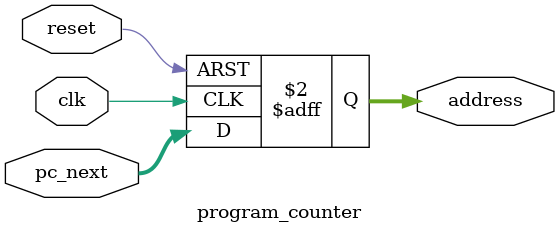
<source format=sv>
module program_counter 
(
    input logic [31:0] pc_next,
    input logic clk, reset,
    output logic [31:0] address
);

    always_ff @(posedge clk or posedge reset) begin
        if (reset)
            address <= 32'h00000000;
        else
            address <= pc_next;
    end

endmodule

</source>
